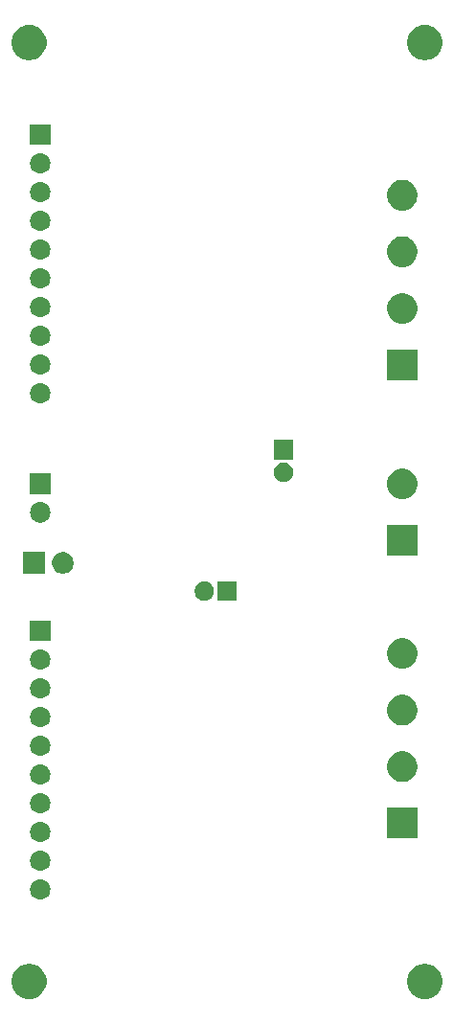
<source format=gbr>
G04 #@! TF.GenerationSoftware,KiCad,Pcbnew,5.1.4-e60b266~84~ubuntu18.04.1*
G04 #@! TF.CreationDate,2019-10-17T23:26:37-03:00*
G04 #@! TF.ProjectId,DCI_TP_Final_GG,4443495f-5450-45f4-9669-6e616c5f4747,Matias Brignone*
G04 #@! TF.SameCoordinates,Original*
G04 #@! TF.FileFunction,Soldermask,Bot*
G04 #@! TF.FilePolarity,Negative*
%FSLAX46Y46*%
G04 Gerber Fmt 4.6, Leading zero omitted, Abs format (unit mm)*
G04 Created by KiCad (PCBNEW 5.1.4-e60b266~84~ubuntu18.04.1) date 2019-10-17 23:26:37*
%MOMM*%
%LPD*%
G04 APERTURE LIST*
%ADD10C,0.100000*%
G04 APERTURE END LIST*
D10*
G36*
X145302585Y-135478802D02*
G01*
X145452410Y-135508604D01*
X145734674Y-135625521D01*
X145988705Y-135795259D01*
X146204741Y-136011295D01*
X146374479Y-136265326D01*
X146491396Y-136547590D01*
X146551000Y-136847240D01*
X146551000Y-137152760D01*
X146491396Y-137452410D01*
X146374479Y-137734674D01*
X146204741Y-137988705D01*
X145988705Y-138204741D01*
X145734674Y-138374479D01*
X145452410Y-138491396D01*
X145302585Y-138521198D01*
X145152761Y-138551000D01*
X144847239Y-138551000D01*
X144697415Y-138521198D01*
X144547590Y-138491396D01*
X144265326Y-138374479D01*
X144011295Y-138204741D01*
X143795259Y-137988705D01*
X143625521Y-137734674D01*
X143508604Y-137452410D01*
X143449000Y-137152760D01*
X143449000Y-136847240D01*
X143508604Y-136547590D01*
X143625521Y-136265326D01*
X143795259Y-136011295D01*
X144011295Y-135795259D01*
X144265326Y-135625521D01*
X144547590Y-135508604D01*
X144697415Y-135478802D01*
X144847239Y-135449000D01*
X145152761Y-135449000D01*
X145302585Y-135478802D01*
X145302585Y-135478802D01*
G37*
G36*
X110302585Y-135478802D02*
G01*
X110452410Y-135508604D01*
X110734674Y-135625521D01*
X110988705Y-135795259D01*
X111204741Y-136011295D01*
X111374479Y-136265326D01*
X111491396Y-136547590D01*
X111551000Y-136847240D01*
X111551000Y-137152760D01*
X111491396Y-137452410D01*
X111374479Y-137734674D01*
X111204741Y-137988705D01*
X110988705Y-138204741D01*
X110734674Y-138374479D01*
X110452410Y-138491396D01*
X110302585Y-138521198D01*
X110152761Y-138551000D01*
X109847239Y-138551000D01*
X109697415Y-138521198D01*
X109547590Y-138491396D01*
X109265326Y-138374479D01*
X109011295Y-138204741D01*
X108795259Y-137988705D01*
X108625521Y-137734674D01*
X108508604Y-137452410D01*
X108449000Y-137152760D01*
X108449000Y-136847240D01*
X108508604Y-136547590D01*
X108625521Y-136265326D01*
X108795259Y-136011295D01*
X109011295Y-135795259D01*
X109265326Y-135625521D01*
X109547590Y-135508604D01*
X109697415Y-135478802D01*
X109847239Y-135449000D01*
X110152761Y-135449000D01*
X110302585Y-135478802D01*
X110302585Y-135478802D01*
G37*
G36*
X111110442Y-127965518D02*
G01*
X111176627Y-127972037D01*
X111346466Y-128023557D01*
X111502991Y-128107222D01*
X111538729Y-128136552D01*
X111640186Y-128219814D01*
X111723448Y-128321271D01*
X111752778Y-128357009D01*
X111836443Y-128513534D01*
X111887963Y-128683373D01*
X111905359Y-128860000D01*
X111887963Y-129036627D01*
X111836443Y-129206466D01*
X111752778Y-129362991D01*
X111723448Y-129398729D01*
X111640186Y-129500186D01*
X111538729Y-129583448D01*
X111502991Y-129612778D01*
X111346466Y-129696443D01*
X111176627Y-129747963D01*
X111110443Y-129754481D01*
X111044260Y-129761000D01*
X110955740Y-129761000D01*
X110889557Y-129754481D01*
X110823373Y-129747963D01*
X110653534Y-129696443D01*
X110497009Y-129612778D01*
X110461271Y-129583448D01*
X110359814Y-129500186D01*
X110276552Y-129398729D01*
X110247222Y-129362991D01*
X110163557Y-129206466D01*
X110112037Y-129036627D01*
X110094641Y-128860000D01*
X110112037Y-128683373D01*
X110163557Y-128513534D01*
X110247222Y-128357009D01*
X110276552Y-128321271D01*
X110359814Y-128219814D01*
X110461271Y-128136552D01*
X110497009Y-128107222D01*
X110653534Y-128023557D01*
X110823373Y-127972037D01*
X110889558Y-127965518D01*
X110955740Y-127959000D01*
X111044260Y-127959000D01*
X111110442Y-127965518D01*
X111110442Y-127965518D01*
G37*
G36*
X111110443Y-125425519D02*
G01*
X111176627Y-125432037D01*
X111346466Y-125483557D01*
X111502991Y-125567222D01*
X111538729Y-125596552D01*
X111640186Y-125679814D01*
X111723448Y-125781271D01*
X111752778Y-125817009D01*
X111836443Y-125973534D01*
X111887963Y-126143373D01*
X111905359Y-126320000D01*
X111887963Y-126496627D01*
X111836443Y-126666466D01*
X111752778Y-126822991D01*
X111723448Y-126858729D01*
X111640186Y-126960186D01*
X111538729Y-127043448D01*
X111502991Y-127072778D01*
X111346466Y-127156443D01*
X111176627Y-127207963D01*
X111110443Y-127214481D01*
X111044260Y-127221000D01*
X110955740Y-127221000D01*
X110889557Y-127214481D01*
X110823373Y-127207963D01*
X110653534Y-127156443D01*
X110497009Y-127072778D01*
X110461271Y-127043448D01*
X110359814Y-126960186D01*
X110276552Y-126858729D01*
X110247222Y-126822991D01*
X110163557Y-126666466D01*
X110112037Y-126496627D01*
X110094641Y-126320000D01*
X110112037Y-126143373D01*
X110163557Y-125973534D01*
X110247222Y-125817009D01*
X110276552Y-125781271D01*
X110359814Y-125679814D01*
X110461271Y-125596552D01*
X110497009Y-125567222D01*
X110653534Y-125483557D01*
X110823373Y-125432037D01*
X110889557Y-125425519D01*
X110955740Y-125419000D01*
X111044260Y-125419000D01*
X111110443Y-125425519D01*
X111110443Y-125425519D01*
G37*
G36*
X111110442Y-122885518D02*
G01*
X111176627Y-122892037D01*
X111346466Y-122943557D01*
X111502991Y-123027222D01*
X111538729Y-123056552D01*
X111640186Y-123139814D01*
X111723448Y-123241271D01*
X111752778Y-123277009D01*
X111836443Y-123433534D01*
X111887963Y-123603373D01*
X111905359Y-123780000D01*
X111887963Y-123956627D01*
X111836443Y-124126466D01*
X111752778Y-124282991D01*
X111723448Y-124318729D01*
X111640186Y-124420186D01*
X111538729Y-124503448D01*
X111502991Y-124532778D01*
X111346466Y-124616443D01*
X111176627Y-124667963D01*
X111110443Y-124674481D01*
X111044260Y-124681000D01*
X110955740Y-124681000D01*
X110889557Y-124674481D01*
X110823373Y-124667963D01*
X110653534Y-124616443D01*
X110497009Y-124532778D01*
X110461271Y-124503448D01*
X110359814Y-124420186D01*
X110276552Y-124318729D01*
X110247222Y-124282991D01*
X110163557Y-124126466D01*
X110112037Y-123956627D01*
X110094641Y-123780000D01*
X110112037Y-123603373D01*
X110163557Y-123433534D01*
X110247222Y-123277009D01*
X110276552Y-123241271D01*
X110359814Y-123139814D01*
X110461271Y-123056552D01*
X110497009Y-123027222D01*
X110653534Y-122943557D01*
X110823373Y-122892037D01*
X110889558Y-122885518D01*
X110955740Y-122879000D01*
X111044260Y-122879000D01*
X111110442Y-122885518D01*
X111110442Y-122885518D01*
G37*
G36*
X144351000Y-124351000D02*
G01*
X141649000Y-124351000D01*
X141649000Y-121649000D01*
X144351000Y-121649000D01*
X144351000Y-124351000D01*
X144351000Y-124351000D01*
G37*
G36*
X111110442Y-120345518D02*
G01*
X111176627Y-120352037D01*
X111346466Y-120403557D01*
X111502991Y-120487222D01*
X111538729Y-120516552D01*
X111640186Y-120599814D01*
X111723448Y-120701271D01*
X111752778Y-120737009D01*
X111836443Y-120893534D01*
X111887963Y-121063373D01*
X111905359Y-121240000D01*
X111887963Y-121416627D01*
X111836443Y-121586466D01*
X111752778Y-121742991D01*
X111723448Y-121778729D01*
X111640186Y-121880186D01*
X111538729Y-121963448D01*
X111502991Y-121992778D01*
X111346466Y-122076443D01*
X111176627Y-122127963D01*
X111110442Y-122134482D01*
X111044260Y-122141000D01*
X110955740Y-122141000D01*
X110889558Y-122134482D01*
X110823373Y-122127963D01*
X110653534Y-122076443D01*
X110497009Y-121992778D01*
X110461271Y-121963448D01*
X110359814Y-121880186D01*
X110276552Y-121778729D01*
X110247222Y-121742991D01*
X110163557Y-121586466D01*
X110112037Y-121416627D01*
X110094641Y-121240000D01*
X110112037Y-121063373D01*
X110163557Y-120893534D01*
X110247222Y-120737009D01*
X110276552Y-120701271D01*
X110359814Y-120599814D01*
X110461271Y-120516552D01*
X110497009Y-120487222D01*
X110653534Y-120403557D01*
X110823373Y-120352037D01*
X110889558Y-120345518D01*
X110955740Y-120339000D01*
X111044260Y-120339000D01*
X111110442Y-120345518D01*
X111110442Y-120345518D01*
G37*
G36*
X111110443Y-117805519D02*
G01*
X111176627Y-117812037D01*
X111346466Y-117863557D01*
X111346468Y-117863558D01*
X111352791Y-117866938D01*
X111502991Y-117947222D01*
X111538729Y-117976552D01*
X111640186Y-118059814D01*
X111700298Y-118133062D01*
X111752778Y-118197009D01*
X111836443Y-118353534D01*
X111887963Y-118523373D01*
X111905359Y-118700000D01*
X111887963Y-118876627D01*
X111836443Y-119046466D01*
X111752778Y-119202991D01*
X111723448Y-119238729D01*
X111640186Y-119340186D01*
X111538729Y-119423448D01*
X111502991Y-119452778D01*
X111346466Y-119536443D01*
X111176627Y-119587963D01*
X111110443Y-119594481D01*
X111044260Y-119601000D01*
X110955740Y-119601000D01*
X110889557Y-119594481D01*
X110823373Y-119587963D01*
X110653534Y-119536443D01*
X110497009Y-119452778D01*
X110461271Y-119423448D01*
X110359814Y-119340186D01*
X110276552Y-119238729D01*
X110247222Y-119202991D01*
X110163557Y-119046466D01*
X110112037Y-118876627D01*
X110094641Y-118700000D01*
X110112037Y-118523373D01*
X110163557Y-118353534D01*
X110247222Y-118197009D01*
X110299702Y-118133062D01*
X110359814Y-118059814D01*
X110461271Y-117976552D01*
X110497009Y-117947222D01*
X110647209Y-117866938D01*
X110653532Y-117863558D01*
X110653534Y-117863557D01*
X110823373Y-117812037D01*
X110889557Y-117805519D01*
X110955740Y-117799000D01*
X111044260Y-117799000D01*
X111110443Y-117805519D01*
X111110443Y-117805519D01*
G37*
G36*
X143394072Y-116700918D02*
G01*
X143633728Y-116800186D01*
X143639939Y-116802759D01*
X143751328Y-116877187D01*
X143861211Y-116950609D01*
X144049391Y-117138789D01*
X144197242Y-117360063D01*
X144299082Y-117605928D01*
X144351000Y-117866937D01*
X144351000Y-118133063D01*
X144299082Y-118394072D01*
X144197241Y-118639939D01*
X144049390Y-118861212D01*
X143861212Y-119049390D01*
X143639939Y-119197241D01*
X143639938Y-119197242D01*
X143639937Y-119197242D01*
X143394072Y-119299082D01*
X143133063Y-119351000D01*
X142866937Y-119351000D01*
X142605928Y-119299082D01*
X142360063Y-119197242D01*
X142360062Y-119197242D01*
X142360061Y-119197241D01*
X142138788Y-119049390D01*
X141950610Y-118861212D01*
X141802759Y-118639939D01*
X141700918Y-118394072D01*
X141649000Y-118133063D01*
X141649000Y-117866937D01*
X141700918Y-117605928D01*
X141802758Y-117360063D01*
X141950609Y-117138789D01*
X142138789Y-116950609D01*
X142248672Y-116877187D01*
X142360061Y-116802759D01*
X142366273Y-116800186D01*
X142605928Y-116700918D01*
X142866937Y-116649000D01*
X143133063Y-116649000D01*
X143394072Y-116700918D01*
X143394072Y-116700918D01*
G37*
G36*
X111110442Y-115265518D02*
G01*
X111176627Y-115272037D01*
X111346466Y-115323557D01*
X111502991Y-115407222D01*
X111538729Y-115436552D01*
X111640186Y-115519814D01*
X111723448Y-115621271D01*
X111752778Y-115657009D01*
X111836443Y-115813534D01*
X111887963Y-115983373D01*
X111905359Y-116160000D01*
X111887963Y-116336627D01*
X111836443Y-116506466D01*
X111752778Y-116662991D01*
X111723448Y-116698729D01*
X111640186Y-116800186D01*
X111538729Y-116883448D01*
X111502991Y-116912778D01*
X111346466Y-116996443D01*
X111176627Y-117047963D01*
X111110442Y-117054482D01*
X111044260Y-117061000D01*
X110955740Y-117061000D01*
X110889558Y-117054482D01*
X110823373Y-117047963D01*
X110653534Y-116996443D01*
X110497009Y-116912778D01*
X110461271Y-116883448D01*
X110359814Y-116800186D01*
X110276552Y-116698729D01*
X110247222Y-116662991D01*
X110163557Y-116506466D01*
X110112037Y-116336627D01*
X110094641Y-116160000D01*
X110112037Y-115983373D01*
X110163557Y-115813534D01*
X110247222Y-115657009D01*
X110276552Y-115621271D01*
X110359814Y-115519814D01*
X110461271Y-115436552D01*
X110497009Y-115407222D01*
X110653534Y-115323557D01*
X110823373Y-115272037D01*
X110889558Y-115265518D01*
X110955740Y-115259000D01*
X111044260Y-115259000D01*
X111110442Y-115265518D01*
X111110442Y-115265518D01*
G37*
G36*
X111110442Y-112725518D02*
G01*
X111176627Y-112732037D01*
X111346466Y-112783557D01*
X111502991Y-112867222D01*
X111538729Y-112896552D01*
X111640186Y-112979814D01*
X111723448Y-113081271D01*
X111752778Y-113117009D01*
X111836443Y-113273534D01*
X111887963Y-113443373D01*
X111905359Y-113620000D01*
X111887963Y-113796627D01*
X111836443Y-113966466D01*
X111752778Y-114122991D01*
X111723448Y-114158729D01*
X111640186Y-114260186D01*
X111538729Y-114343448D01*
X111502991Y-114372778D01*
X111346466Y-114456443D01*
X111176627Y-114507963D01*
X111110442Y-114514482D01*
X111044260Y-114521000D01*
X110955740Y-114521000D01*
X110889558Y-114514482D01*
X110823373Y-114507963D01*
X110653534Y-114456443D01*
X110497009Y-114372778D01*
X110461271Y-114343448D01*
X110359814Y-114260186D01*
X110276552Y-114158729D01*
X110247222Y-114122991D01*
X110163557Y-113966466D01*
X110112037Y-113796627D01*
X110094641Y-113620000D01*
X110112037Y-113443373D01*
X110163557Y-113273534D01*
X110247222Y-113117009D01*
X110276552Y-113081271D01*
X110359814Y-112979814D01*
X110461271Y-112896552D01*
X110497009Y-112867222D01*
X110653534Y-112783557D01*
X110823373Y-112732037D01*
X110889558Y-112725518D01*
X110955740Y-112719000D01*
X111044260Y-112719000D01*
X111110442Y-112725518D01*
X111110442Y-112725518D01*
G37*
G36*
X143394072Y-111700918D02*
G01*
X143639939Y-111802759D01*
X143751328Y-111877187D01*
X143861211Y-111950609D01*
X144049391Y-112138789D01*
X144197242Y-112360063D01*
X144299082Y-112605928D01*
X144351000Y-112866937D01*
X144351000Y-113133063D01*
X144299082Y-113394072D01*
X144197241Y-113639939D01*
X144049390Y-113861212D01*
X143861212Y-114049390D01*
X143639939Y-114197241D01*
X143639938Y-114197242D01*
X143639937Y-114197242D01*
X143394072Y-114299082D01*
X143133063Y-114351000D01*
X142866937Y-114351000D01*
X142605928Y-114299082D01*
X142360063Y-114197242D01*
X142360062Y-114197242D01*
X142360061Y-114197241D01*
X142138788Y-114049390D01*
X141950610Y-113861212D01*
X141802759Y-113639939D01*
X141700918Y-113394072D01*
X141649000Y-113133063D01*
X141649000Y-112866937D01*
X141700918Y-112605928D01*
X141802758Y-112360063D01*
X141950609Y-112138789D01*
X142138789Y-111950609D01*
X142248672Y-111877187D01*
X142360061Y-111802759D01*
X142605928Y-111700918D01*
X142866937Y-111649000D01*
X143133063Y-111649000D01*
X143394072Y-111700918D01*
X143394072Y-111700918D01*
G37*
G36*
X111110443Y-110185519D02*
G01*
X111176627Y-110192037D01*
X111346466Y-110243557D01*
X111502991Y-110327222D01*
X111538729Y-110356552D01*
X111640186Y-110439814D01*
X111723448Y-110541271D01*
X111752778Y-110577009D01*
X111836443Y-110733534D01*
X111887963Y-110903373D01*
X111905359Y-111080000D01*
X111887963Y-111256627D01*
X111836443Y-111426466D01*
X111752778Y-111582991D01*
X111723448Y-111618729D01*
X111640186Y-111720186D01*
X111539570Y-111802758D01*
X111502991Y-111832778D01*
X111346466Y-111916443D01*
X111176627Y-111967963D01*
X111110442Y-111974482D01*
X111044260Y-111981000D01*
X110955740Y-111981000D01*
X110889558Y-111974482D01*
X110823373Y-111967963D01*
X110653534Y-111916443D01*
X110497009Y-111832778D01*
X110460430Y-111802758D01*
X110359814Y-111720186D01*
X110276552Y-111618729D01*
X110247222Y-111582991D01*
X110163557Y-111426466D01*
X110112037Y-111256627D01*
X110094641Y-111080000D01*
X110112037Y-110903373D01*
X110163557Y-110733534D01*
X110247222Y-110577009D01*
X110276552Y-110541271D01*
X110359814Y-110439814D01*
X110461271Y-110356552D01*
X110497009Y-110327222D01*
X110653534Y-110243557D01*
X110823373Y-110192037D01*
X110889557Y-110185519D01*
X110955740Y-110179000D01*
X111044260Y-110179000D01*
X111110443Y-110185519D01*
X111110443Y-110185519D01*
G37*
G36*
X111110443Y-107645519D02*
G01*
X111176627Y-107652037D01*
X111346466Y-107703557D01*
X111502991Y-107787222D01*
X111538729Y-107816552D01*
X111640186Y-107899814D01*
X111723448Y-108001271D01*
X111752778Y-108037009D01*
X111836443Y-108193534D01*
X111887963Y-108363373D01*
X111905359Y-108540000D01*
X111887963Y-108716627D01*
X111836443Y-108886466D01*
X111752778Y-109042991D01*
X111723448Y-109078729D01*
X111640186Y-109180186D01*
X111538729Y-109263448D01*
X111502991Y-109292778D01*
X111346466Y-109376443D01*
X111176627Y-109427963D01*
X111110443Y-109434481D01*
X111044260Y-109441000D01*
X110955740Y-109441000D01*
X110889557Y-109434481D01*
X110823373Y-109427963D01*
X110653534Y-109376443D01*
X110497009Y-109292778D01*
X110461271Y-109263448D01*
X110359814Y-109180186D01*
X110276552Y-109078729D01*
X110247222Y-109042991D01*
X110163557Y-108886466D01*
X110112037Y-108716627D01*
X110094641Y-108540000D01*
X110112037Y-108363373D01*
X110163557Y-108193534D01*
X110247222Y-108037009D01*
X110276552Y-108001271D01*
X110359814Y-107899814D01*
X110461271Y-107816552D01*
X110497009Y-107787222D01*
X110653534Y-107703557D01*
X110823373Y-107652037D01*
X110889557Y-107645519D01*
X110955740Y-107639000D01*
X111044260Y-107639000D01*
X111110443Y-107645519D01*
X111110443Y-107645519D01*
G37*
G36*
X143394072Y-106700918D02*
G01*
X143639939Y-106802759D01*
X143751328Y-106877187D01*
X143861211Y-106950609D01*
X144049391Y-107138789D01*
X144197242Y-107360063D01*
X144299082Y-107605928D01*
X144351000Y-107866937D01*
X144351000Y-108133063D01*
X144305188Y-108363373D01*
X144299082Y-108394072D01*
X144197241Y-108639939D01*
X144049390Y-108861212D01*
X143861212Y-109049390D01*
X143639939Y-109197241D01*
X143639938Y-109197242D01*
X143639937Y-109197242D01*
X143394072Y-109299082D01*
X143133063Y-109351000D01*
X142866937Y-109351000D01*
X142605928Y-109299082D01*
X142360063Y-109197242D01*
X142360062Y-109197242D01*
X142360061Y-109197241D01*
X142138788Y-109049390D01*
X141950610Y-108861212D01*
X141802759Y-108639939D01*
X141700918Y-108394072D01*
X141694812Y-108363373D01*
X141649000Y-108133063D01*
X141649000Y-107866937D01*
X141700918Y-107605928D01*
X141802758Y-107360063D01*
X141950609Y-107138789D01*
X142138789Y-106950609D01*
X142248672Y-106877187D01*
X142360061Y-106802759D01*
X142605928Y-106700918D01*
X142866937Y-106649000D01*
X143133063Y-106649000D01*
X143394072Y-106700918D01*
X143394072Y-106700918D01*
G37*
G36*
X111901000Y-106901000D02*
G01*
X110099000Y-106901000D01*
X110099000Y-105099000D01*
X111901000Y-105099000D01*
X111901000Y-106901000D01*
X111901000Y-106901000D01*
G37*
G36*
X128351000Y-103351000D02*
G01*
X126649000Y-103351000D01*
X126649000Y-101649000D01*
X128351000Y-101649000D01*
X128351000Y-103351000D01*
X128351000Y-103351000D01*
G37*
G36*
X125748228Y-101681703D02*
G01*
X125903100Y-101745853D01*
X126042481Y-101838985D01*
X126161015Y-101957519D01*
X126254147Y-102096900D01*
X126318297Y-102251772D01*
X126351000Y-102416184D01*
X126351000Y-102583816D01*
X126318297Y-102748228D01*
X126254147Y-102903100D01*
X126161015Y-103042481D01*
X126042481Y-103161015D01*
X125903100Y-103254147D01*
X125748228Y-103318297D01*
X125583816Y-103351000D01*
X125416184Y-103351000D01*
X125251772Y-103318297D01*
X125096900Y-103254147D01*
X124957519Y-103161015D01*
X124838985Y-103042481D01*
X124745853Y-102903100D01*
X124681703Y-102748228D01*
X124649000Y-102583816D01*
X124649000Y-102416184D01*
X124681703Y-102251772D01*
X124745853Y-102096900D01*
X124838985Y-101957519D01*
X124957519Y-101838985D01*
X125096900Y-101745853D01*
X125251772Y-101681703D01*
X125416184Y-101649000D01*
X125583816Y-101649000D01*
X125748228Y-101681703D01*
X125748228Y-101681703D01*
G37*
G36*
X113277395Y-99085546D02*
G01*
X113450466Y-99157234D01*
X113450467Y-99157235D01*
X113606227Y-99261310D01*
X113738690Y-99393773D01*
X113738691Y-99393775D01*
X113842766Y-99549534D01*
X113914454Y-99722605D01*
X113951000Y-99906333D01*
X113951000Y-100093667D01*
X113914454Y-100277395D01*
X113842766Y-100450466D01*
X113842765Y-100450467D01*
X113738690Y-100606227D01*
X113606227Y-100738690D01*
X113527818Y-100791081D01*
X113450466Y-100842766D01*
X113277395Y-100914454D01*
X113093667Y-100951000D01*
X112906333Y-100951000D01*
X112722605Y-100914454D01*
X112549534Y-100842766D01*
X112472182Y-100791081D01*
X112393773Y-100738690D01*
X112261310Y-100606227D01*
X112157235Y-100450467D01*
X112157234Y-100450466D01*
X112085546Y-100277395D01*
X112049000Y-100093667D01*
X112049000Y-99906333D01*
X112085546Y-99722605D01*
X112157234Y-99549534D01*
X112261309Y-99393775D01*
X112261310Y-99393773D01*
X112393773Y-99261310D01*
X112549533Y-99157235D01*
X112549534Y-99157234D01*
X112722605Y-99085546D01*
X112906333Y-99049000D01*
X113093667Y-99049000D01*
X113277395Y-99085546D01*
X113277395Y-99085546D01*
G37*
G36*
X111411000Y-100951000D02*
G01*
X109509000Y-100951000D01*
X109509000Y-99049000D01*
X111411000Y-99049000D01*
X111411000Y-100951000D01*
X111411000Y-100951000D01*
G37*
G36*
X144351000Y-99351000D02*
G01*
X141649000Y-99351000D01*
X141649000Y-96649000D01*
X144351000Y-96649000D01*
X144351000Y-99351000D01*
X144351000Y-99351000D01*
G37*
G36*
X111110442Y-94645518D02*
G01*
X111176627Y-94652037D01*
X111346466Y-94703557D01*
X111502991Y-94787222D01*
X111538729Y-94816552D01*
X111640186Y-94899814D01*
X111723448Y-95001271D01*
X111752778Y-95037009D01*
X111836443Y-95193534D01*
X111887963Y-95363373D01*
X111905359Y-95540000D01*
X111887963Y-95716627D01*
X111836443Y-95886466D01*
X111752778Y-96042991D01*
X111723448Y-96078729D01*
X111640186Y-96180186D01*
X111538729Y-96263448D01*
X111502991Y-96292778D01*
X111346466Y-96376443D01*
X111176627Y-96427963D01*
X111110443Y-96434481D01*
X111044260Y-96441000D01*
X110955740Y-96441000D01*
X110889557Y-96434481D01*
X110823373Y-96427963D01*
X110653534Y-96376443D01*
X110497009Y-96292778D01*
X110461271Y-96263448D01*
X110359814Y-96180186D01*
X110276552Y-96078729D01*
X110247222Y-96042991D01*
X110163557Y-95886466D01*
X110112037Y-95716627D01*
X110094641Y-95540000D01*
X110112037Y-95363373D01*
X110163557Y-95193534D01*
X110247222Y-95037009D01*
X110276552Y-95001271D01*
X110359814Y-94899814D01*
X110461271Y-94816552D01*
X110497009Y-94787222D01*
X110653534Y-94703557D01*
X110823373Y-94652037D01*
X110889558Y-94645518D01*
X110955740Y-94639000D01*
X111044260Y-94639000D01*
X111110442Y-94645518D01*
X111110442Y-94645518D01*
G37*
G36*
X143394072Y-91700918D02*
G01*
X143639939Y-91802759D01*
X143751328Y-91877187D01*
X143861211Y-91950609D01*
X144049391Y-92138789D01*
X144197242Y-92360063D01*
X144299082Y-92605928D01*
X144310040Y-92661015D01*
X144351000Y-92866938D01*
X144351000Y-93133062D01*
X144299082Y-93394072D01*
X144197241Y-93639939D01*
X144049390Y-93861212D01*
X143861212Y-94049390D01*
X143639939Y-94197241D01*
X143639938Y-94197242D01*
X143639937Y-94197242D01*
X143394072Y-94299082D01*
X143133063Y-94351000D01*
X142866937Y-94351000D01*
X142605928Y-94299082D01*
X142360063Y-94197242D01*
X142360062Y-94197242D01*
X142360061Y-94197241D01*
X142138788Y-94049390D01*
X141950610Y-93861212D01*
X141802759Y-93639939D01*
X141700918Y-93394072D01*
X141649000Y-93133062D01*
X141649000Y-92866938D01*
X141689961Y-92661015D01*
X141700918Y-92605928D01*
X141802758Y-92360063D01*
X141950609Y-92138789D01*
X142138789Y-91950609D01*
X142248672Y-91877187D01*
X142360061Y-91802759D01*
X142605928Y-91700918D01*
X142866937Y-91649000D01*
X143133063Y-91649000D01*
X143394072Y-91700918D01*
X143394072Y-91700918D01*
G37*
G36*
X111901000Y-93901000D02*
G01*
X110099000Y-93901000D01*
X110099000Y-92099000D01*
X111901000Y-92099000D01*
X111901000Y-93901000D01*
X111901000Y-93901000D01*
G37*
G36*
X132748228Y-91181703D02*
G01*
X132903100Y-91245853D01*
X133042481Y-91338985D01*
X133161015Y-91457519D01*
X133254147Y-91596900D01*
X133318297Y-91751772D01*
X133351000Y-91916184D01*
X133351000Y-92083816D01*
X133318297Y-92248228D01*
X133254147Y-92403100D01*
X133161015Y-92542481D01*
X133042481Y-92661015D01*
X132903100Y-92754147D01*
X132748228Y-92818297D01*
X132583816Y-92851000D01*
X132416184Y-92851000D01*
X132251772Y-92818297D01*
X132096900Y-92754147D01*
X131957519Y-92661015D01*
X131838985Y-92542481D01*
X131745853Y-92403100D01*
X131681703Y-92248228D01*
X131649000Y-92083816D01*
X131649000Y-91916184D01*
X131681703Y-91751772D01*
X131745853Y-91596900D01*
X131838985Y-91457519D01*
X131957519Y-91338985D01*
X132096900Y-91245853D01*
X132251772Y-91181703D01*
X132416184Y-91149000D01*
X132583816Y-91149000D01*
X132748228Y-91181703D01*
X132748228Y-91181703D01*
G37*
G36*
X133351000Y-90851000D02*
G01*
X131649000Y-90851000D01*
X131649000Y-89149000D01*
X133351000Y-89149000D01*
X133351000Y-90851000D01*
X133351000Y-90851000D01*
G37*
G36*
X111110443Y-84105519D02*
G01*
X111176627Y-84112037D01*
X111346466Y-84163557D01*
X111502991Y-84247222D01*
X111538729Y-84276552D01*
X111640186Y-84359814D01*
X111723448Y-84461271D01*
X111752778Y-84497009D01*
X111836443Y-84653534D01*
X111887963Y-84823373D01*
X111905359Y-85000000D01*
X111887963Y-85176627D01*
X111836443Y-85346466D01*
X111752778Y-85502991D01*
X111723448Y-85538729D01*
X111640186Y-85640186D01*
X111538729Y-85723448D01*
X111502991Y-85752778D01*
X111346466Y-85836443D01*
X111176627Y-85887963D01*
X111110443Y-85894481D01*
X111044260Y-85901000D01*
X110955740Y-85901000D01*
X110889557Y-85894481D01*
X110823373Y-85887963D01*
X110653534Y-85836443D01*
X110497009Y-85752778D01*
X110461271Y-85723448D01*
X110359814Y-85640186D01*
X110276552Y-85538729D01*
X110247222Y-85502991D01*
X110163557Y-85346466D01*
X110112037Y-85176627D01*
X110094641Y-85000000D01*
X110112037Y-84823373D01*
X110163557Y-84653534D01*
X110247222Y-84497009D01*
X110276552Y-84461271D01*
X110359814Y-84359814D01*
X110461271Y-84276552D01*
X110497009Y-84247222D01*
X110653534Y-84163557D01*
X110823373Y-84112037D01*
X110889557Y-84105519D01*
X110955740Y-84099000D01*
X111044260Y-84099000D01*
X111110443Y-84105519D01*
X111110443Y-84105519D01*
G37*
G36*
X144351000Y-83851000D02*
G01*
X141649000Y-83851000D01*
X141649000Y-81149000D01*
X144351000Y-81149000D01*
X144351000Y-83851000D01*
X144351000Y-83851000D01*
G37*
G36*
X111110442Y-81565518D02*
G01*
X111176627Y-81572037D01*
X111346466Y-81623557D01*
X111502991Y-81707222D01*
X111538729Y-81736552D01*
X111640186Y-81819814D01*
X111723448Y-81921271D01*
X111752778Y-81957009D01*
X111836443Y-82113534D01*
X111887963Y-82283373D01*
X111905359Y-82460000D01*
X111887963Y-82636627D01*
X111836443Y-82806466D01*
X111752778Y-82962991D01*
X111723448Y-82998729D01*
X111640186Y-83100186D01*
X111538729Y-83183448D01*
X111502991Y-83212778D01*
X111346466Y-83296443D01*
X111176627Y-83347963D01*
X111110442Y-83354482D01*
X111044260Y-83361000D01*
X110955740Y-83361000D01*
X110889558Y-83354482D01*
X110823373Y-83347963D01*
X110653534Y-83296443D01*
X110497009Y-83212778D01*
X110461271Y-83183448D01*
X110359814Y-83100186D01*
X110276552Y-82998729D01*
X110247222Y-82962991D01*
X110163557Y-82806466D01*
X110112037Y-82636627D01*
X110094641Y-82460000D01*
X110112037Y-82283373D01*
X110163557Y-82113534D01*
X110247222Y-81957009D01*
X110276552Y-81921271D01*
X110359814Y-81819814D01*
X110461271Y-81736552D01*
X110497009Y-81707222D01*
X110653534Y-81623557D01*
X110823373Y-81572037D01*
X110889558Y-81565518D01*
X110955740Y-81559000D01*
X111044260Y-81559000D01*
X111110442Y-81565518D01*
X111110442Y-81565518D01*
G37*
G36*
X111110443Y-79025519D02*
G01*
X111176627Y-79032037D01*
X111346466Y-79083557D01*
X111502991Y-79167222D01*
X111538729Y-79196552D01*
X111640186Y-79279814D01*
X111723448Y-79381271D01*
X111752778Y-79417009D01*
X111836443Y-79573534D01*
X111887963Y-79743373D01*
X111905359Y-79920000D01*
X111887963Y-80096627D01*
X111836443Y-80266466D01*
X111752778Y-80422991D01*
X111723448Y-80458729D01*
X111640186Y-80560186D01*
X111538729Y-80643448D01*
X111502991Y-80672778D01*
X111346466Y-80756443D01*
X111176627Y-80807963D01*
X111110443Y-80814481D01*
X111044260Y-80821000D01*
X110955740Y-80821000D01*
X110889557Y-80814481D01*
X110823373Y-80807963D01*
X110653534Y-80756443D01*
X110497009Y-80672778D01*
X110461271Y-80643448D01*
X110359814Y-80560186D01*
X110276552Y-80458729D01*
X110247222Y-80422991D01*
X110163557Y-80266466D01*
X110112037Y-80096627D01*
X110094641Y-79920000D01*
X110112037Y-79743373D01*
X110163557Y-79573534D01*
X110247222Y-79417009D01*
X110276552Y-79381271D01*
X110359814Y-79279814D01*
X110461271Y-79196552D01*
X110497009Y-79167222D01*
X110653534Y-79083557D01*
X110823373Y-79032037D01*
X110889557Y-79025519D01*
X110955740Y-79019000D01*
X111044260Y-79019000D01*
X111110443Y-79025519D01*
X111110443Y-79025519D01*
G37*
G36*
X143394072Y-76200918D02*
G01*
X143639939Y-76302759D01*
X143751328Y-76377187D01*
X143861211Y-76450609D01*
X144049391Y-76638789D01*
X144197242Y-76860063D01*
X144299082Y-77105928D01*
X144351000Y-77366937D01*
X144351000Y-77633063D01*
X144299082Y-77894072D01*
X144197242Y-78139937D01*
X144111698Y-78267963D01*
X144049390Y-78361212D01*
X143861212Y-78549390D01*
X143639939Y-78697241D01*
X143639938Y-78697242D01*
X143639937Y-78697242D01*
X143394072Y-78799082D01*
X143133063Y-78851000D01*
X142866937Y-78851000D01*
X142605928Y-78799082D01*
X142360063Y-78697242D01*
X142360062Y-78697242D01*
X142360061Y-78697241D01*
X142138788Y-78549390D01*
X141950610Y-78361212D01*
X141888303Y-78267963D01*
X141802758Y-78139937D01*
X141700918Y-77894072D01*
X141649000Y-77633063D01*
X141649000Y-77366937D01*
X141700918Y-77105928D01*
X141802758Y-76860063D01*
X141950609Y-76638789D01*
X142138789Y-76450609D01*
X142248672Y-76377187D01*
X142360061Y-76302759D01*
X142605928Y-76200918D01*
X142866937Y-76149000D01*
X143133063Y-76149000D01*
X143394072Y-76200918D01*
X143394072Y-76200918D01*
G37*
G36*
X111110442Y-76485518D02*
G01*
X111176627Y-76492037D01*
X111346466Y-76543557D01*
X111502991Y-76627222D01*
X111517084Y-76638788D01*
X111640186Y-76739814D01*
X111723448Y-76841271D01*
X111752778Y-76877009D01*
X111836443Y-77033534D01*
X111887963Y-77203373D01*
X111905359Y-77380000D01*
X111887963Y-77556627D01*
X111836443Y-77726466D01*
X111752778Y-77882991D01*
X111743684Y-77894072D01*
X111640186Y-78020186D01*
X111538729Y-78103448D01*
X111502991Y-78132778D01*
X111346466Y-78216443D01*
X111176627Y-78267963D01*
X111110443Y-78274481D01*
X111044260Y-78281000D01*
X110955740Y-78281000D01*
X110889557Y-78274481D01*
X110823373Y-78267963D01*
X110653534Y-78216443D01*
X110497009Y-78132778D01*
X110461271Y-78103448D01*
X110359814Y-78020186D01*
X110256316Y-77894072D01*
X110247222Y-77882991D01*
X110163557Y-77726466D01*
X110112037Y-77556627D01*
X110094641Y-77380000D01*
X110112037Y-77203373D01*
X110163557Y-77033534D01*
X110247222Y-76877009D01*
X110276552Y-76841271D01*
X110359814Y-76739814D01*
X110482916Y-76638788D01*
X110497009Y-76627222D01*
X110653534Y-76543557D01*
X110823373Y-76492037D01*
X110889558Y-76485518D01*
X110955740Y-76479000D01*
X111044260Y-76479000D01*
X111110442Y-76485518D01*
X111110442Y-76485518D01*
G37*
G36*
X111110443Y-73945519D02*
G01*
X111176627Y-73952037D01*
X111346466Y-74003557D01*
X111502991Y-74087222D01*
X111538729Y-74116552D01*
X111640186Y-74199814D01*
X111723448Y-74301271D01*
X111752778Y-74337009D01*
X111836443Y-74493534D01*
X111887963Y-74663373D01*
X111905359Y-74840000D01*
X111887963Y-75016627D01*
X111836443Y-75186466D01*
X111752778Y-75342991D01*
X111723448Y-75378729D01*
X111640186Y-75480186D01*
X111538729Y-75563448D01*
X111502991Y-75592778D01*
X111346466Y-75676443D01*
X111176627Y-75727963D01*
X111110442Y-75734482D01*
X111044260Y-75741000D01*
X110955740Y-75741000D01*
X110889558Y-75734482D01*
X110823373Y-75727963D01*
X110653534Y-75676443D01*
X110497009Y-75592778D01*
X110461271Y-75563448D01*
X110359814Y-75480186D01*
X110276552Y-75378729D01*
X110247222Y-75342991D01*
X110163557Y-75186466D01*
X110112037Y-75016627D01*
X110094641Y-74840000D01*
X110112037Y-74663373D01*
X110163557Y-74493534D01*
X110247222Y-74337009D01*
X110276552Y-74301271D01*
X110359814Y-74199814D01*
X110461271Y-74116552D01*
X110497009Y-74087222D01*
X110653534Y-74003557D01*
X110823373Y-73952037D01*
X110889557Y-73945519D01*
X110955740Y-73939000D01*
X111044260Y-73939000D01*
X111110443Y-73945519D01*
X111110443Y-73945519D01*
G37*
G36*
X143394072Y-71200918D02*
G01*
X143639939Y-71302759D01*
X143751328Y-71377187D01*
X143861211Y-71450609D01*
X144049391Y-71638789D01*
X144197242Y-71860063D01*
X144299082Y-72105928D01*
X144351000Y-72366937D01*
X144351000Y-72633063D01*
X144299082Y-72894072D01*
X144198690Y-73136442D01*
X144197241Y-73139939D01*
X144049390Y-73361212D01*
X143861212Y-73549390D01*
X143639939Y-73697241D01*
X143639938Y-73697242D01*
X143639937Y-73697242D01*
X143394072Y-73799082D01*
X143133063Y-73851000D01*
X142866937Y-73851000D01*
X142605928Y-73799082D01*
X142360063Y-73697242D01*
X142360062Y-73697242D01*
X142360061Y-73697241D01*
X142138788Y-73549390D01*
X141950610Y-73361212D01*
X141802759Y-73139939D01*
X141801311Y-73136442D01*
X141700918Y-72894072D01*
X141649000Y-72633063D01*
X141649000Y-72366937D01*
X141700918Y-72105928D01*
X141802758Y-71860063D01*
X141950609Y-71638789D01*
X142138789Y-71450609D01*
X142248672Y-71377187D01*
X142360061Y-71302759D01*
X142605928Y-71200918D01*
X142866937Y-71149000D01*
X143133063Y-71149000D01*
X143394072Y-71200918D01*
X143394072Y-71200918D01*
G37*
G36*
X111110442Y-71405518D02*
G01*
X111176627Y-71412037D01*
X111346466Y-71463557D01*
X111502991Y-71547222D01*
X111538729Y-71576552D01*
X111640186Y-71659814D01*
X111723448Y-71761271D01*
X111752778Y-71797009D01*
X111836443Y-71953534D01*
X111887963Y-72123373D01*
X111905359Y-72300000D01*
X111887963Y-72476627D01*
X111836443Y-72646466D01*
X111752778Y-72802991D01*
X111723448Y-72838729D01*
X111640186Y-72940186D01*
X111538729Y-73023448D01*
X111502991Y-73052778D01*
X111346466Y-73136443D01*
X111176627Y-73187963D01*
X111110442Y-73194482D01*
X111044260Y-73201000D01*
X110955740Y-73201000D01*
X110889558Y-73194482D01*
X110823373Y-73187963D01*
X110653534Y-73136443D01*
X110497009Y-73052778D01*
X110461271Y-73023448D01*
X110359814Y-72940186D01*
X110276552Y-72838729D01*
X110247222Y-72802991D01*
X110163557Y-72646466D01*
X110112037Y-72476627D01*
X110094641Y-72300000D01*
X110112037Y-72123373D01*
X110163557Y-71953534D01*
X110247222Y-71797009D01*
X110276552Y-71761271D01*
X110359814Y-71659814D01*
X110461271Y-71576552D01*
X110497009Y-71547222D01*
X110653534Y-71463557D01*
X110823373Y-71412037D01*
X110889558Y-71405518D01*
X110955740Y-71399000D01*
X111044260Y-71399000D01*
X111110442Y-71405518D01*
X111110442Y-71405518D01*
G37*
G36*
X111110443Y-68865519D02*
G01*
X111176627Y-68872037D01*
X111346466Y-68923557D01*
X111502991Y-69007222D01*
X111538729Y-69036552D01*
X111640186Y-69119814D01*
X111723448Y-69221271D01*
X111752778Y-69257009D01*
X111836443Y-69413534D01*
X111887963Y-69583373D01*
X111905359Y-69760000D01*
X111887963Y-69936627D01*
X111836443Y-70106466D01*
X111752778Y-70262991D01*
X111723448Y-70298729D01*
X111640186Y-70400186D01*
X111538729Y-70483448D01*
X111502991Y-70512778D01*
X111346466Y-70596443D01*
X111176627Y-70647963D01*
X111110443Y-70654481D01*
X111044260Y-70661000D01*
X110955740Y-70661000D01*
X110889557Y-70654481D01*
X110823373Y-70647963D01*
X110653534Y-70596443D01*
X110497009Y-70512778D01*
X110461271Y-70483448D01*
X110359814Y-70400186D01*
X110276552Y-70298729D01*
X110247222Y-70262991D01*
X110163557Y-70106466D01*
X110112037Y-69936627D01*
X110094641Y-69760000D01*
X110112037Y-69583373D01*
X110163557Y-69413534D01*
X110247222Y-69257009D01*
X110276552Y-69221271D01*
X110359814Y-69119814D01*
X110461271Y-69036552D01*
X110497009Y-69007222D01*
X110653534Y-68923557D01*
X110823373Y-68872037D01*
X110889557Y-68865519D01*
X110955740Y-68859000D01*
X111044260Y-68859000D01*
X111110443Y-68865519D01*
X111110443Y-68865519D01*
G37*
G36*
X143394072Y-66200918D02*
G01*
X143639939Y-66302759D01*
X143664245Y-66319000D01*
X143861211Y-66450609D01*
X144049391Y-66638789D01*
X144197242Y-66860063D01*
X144299082Y-67105928D01*
X144351000Y-67366937D01*
X144351000Y-67633063D01*
X144299082Y-67894072D01*
X144231827Y-68056442D01*
X144197241Y-68139939D01*
X144049390Y-68361212D01*
X143861212Y-68549390D01*
X143639939Y-68697241D01*
X143639938Y-68697242D01*
X143639937Y-68697242D01*
X143394072Y-68799082D01*
X143133063Y-68851000D01*
X142866937Y-68851000D01*
X142605928Y-68799082D01*
X142360063Y-68697242D01*
X142360062Y-68697242D01*
X142360061Y-68697241D01*
X142138788Y-68549390D01*
X141950610Y-68361212D01*
X141802759Y-68139939D01*
X141768174Y-68056442D01*
X141700918Y-67894072D01*
X141649000Y-67633063D01*
X141649000Y-67366937D01*
X141700918Y-67105928D01*
X141802758Y-66860063D01*
X141950609Y-66638789D01*
X142138789Y-66450609D01*
X142335755Y-66319000D01*
X142360061Y-66302759D01*
X142605928Y-66200918D01*
X142866937Y-66149000D01*
X143133063Y-66149000D01*
X143394072Y-66200918D01*
X143394072Y-66200918D01*
G37*
G36*
X111110442Y-66325518D02*
G01*
X111176627Y-66332037D01*
X111346466Y-66383557D01*
X111502991Y-66467222D01*
X111538729Y-66496552D01*
X111640186Y-66579814D01*
X111723448Y-66681271D01*
X111752778Y-66717009D01*
X111752779Y-66717011D01*
X111829242Y-66860061D01*
X111836443Y-66873534D01*
X111887963Y-67043373D01*
X111905359Y-67220000D01*
X111887963Y-67396627D01*
X111836443Y-67566466D01*
X111752778Y-67722991D01*
X111723448Y-67758729D01*
X111640186Y-67860186D01*
X111538729Y-67943448D01*
X111502991Y-67972778D01*
X111346466Y-68056443D01*
X111176627Y-68107963D01*
X111110443Y-68114481D01*
X111044260Y-68121000D01*
X110955740Y-68121000D01*
X110889557Y-68114481D01*
X110823373Y-68107963D01*
X110653534Y-68056443D01*
X110497009Y-67972778D01*
X110461271Y-67943448D01*
X110359814Y-67860186D01*
X110276552Y-67758729D01*
X110247222Y-67722991D01*
X110163557Y-67566466D01*
X110112037Y-67396627D01*
X110094641Y-67220000D01*
X110112037Y-67043373D01*
X110163557Y-66873534D01*
X110170759Y-66860061D01*
X110247221Y-66717011D01*
X110247222Y-66717009D01*
X110276552Y-66681271D01*
X110359814Y-66579814D01*
X110461271Y-66496552D01*
X110497009Y-66467222D01*
X110653534Y-66383557D01*
X110823373Y-66332037D01*
X110889558Y-66325518D01*
X110955740Y-66319000D01*
X111044260Y-66319000D01*
X111110442Y-66325518D01*
X111110442Y-66325518D01*
G37*
G36*
X111110443Y-63785519D02*
G01*
X111176627Y-63792037D01*
X111346466Y-63843557D01*
X111502991Y-63927222D01*
X111538729Y-63956552D01*
X111640186Y-64039814D01*
X111723448Y-64141271D01*
X111752778Y-64177009D01*
X111836443Y-64333534D01*
X111887963Y-64503373D01*
X111905359Y-64680000D01*
X111887963Y-64856627D01*
X111836443Y-65026466D01*
X111752778Y-65182991D01*
X111723448Y-65218729D01*
X111640186Y-65320186D01*
X111538729Y-65403448D01*
X111502991Y-65432778D01*
X111346466Y-65516443D01*
X111176627Y-65567963D01*
X111110442Y-65574482D01*
X111044260Y-65581000D01*
X110955740Y-65581000D01*
X110889558Y-65574482D01*
X110823373Y-65567963D01*
X110653534Y-65516443D01*
X110497009Y-65432778D01*
X110461271Y-65403448D01*
X110359814Y-65320186D01*
X110276552Y-65218729D01*
X110247222Y-65182991D01*
X110163557Y-65026466D01*
X110112037Y-64856627D01*
X110094641Y-64680000D01*
X110112037Y-64503373D01*
X110163557Y-64333534D01*
X110247222Y-64177009D01*
X110276552Y-64141271D01*
X110359814Y-64039814D01*
X110461271Y-63956552D01*
X110497009Y-63927222D01*
X110653534Y-63843557D01*
X110823373Y-63792037D01*
X110889557Y-63785519D01*
X110955740Y-63779000D01*
X111044260Y-63779000D01*
X111110443Y-63785519D01*
X111110443Y-63785519D01*
G37*
G36*
X111901000Y-63041000D02*
G01*
X110099000Y-63041000D01*
X110099000Y-61239000D01*
X111901000Y-61239000D01*
X111901000Y-63041000D01*
X111901000Y-63041000D01*
G37*
G36*
X145302585Y-52478802D02*
G01*
X145452410Y-52508604D01*
X145734674Y-52625521D01*
X145988705Y-52795259D01*
X146204741Y-53011295D01*
X146374479Y-53265326D01*
X146491396Y-53547590D01*
X146551000Y-53847240D01*
X146551000Y-54152760D01*
X146491396Y-54452410D01*
X146374479Y-54734674D01*
X146204741Y-54988705D01*
X145988705Y-55204741D01*
X145734674Y-55374479D01*
X145452410Y-55491396D01*
X145302585Y-55521198D01*
X145152761Y-55551000D01*
X144847239Y-55551000D01*
X144697415Y-55521198D01*
X144547590Y-55491396D01*
X144265326Y-55374479D01*
X144011295Y-55204741D01*
X143795259Y-54988705D01*
X143625521Y-54734674D01*
X143508604Y-54452410D01*
X143449000Y-54152760D01*
X143449000Y-53847240D01*
X143508604Y-53547590D01*
X143625521Y-53265326D01*
X143795259Y-53011295D01*
X144011295Y-52795259D01*
X144265326Y-52625521D01*
X144547590Y-52508604D01*
X144697415Y-52478802D01*
X144847239Y-52449000D01*
X145152761Y-52449000D01*
X145302585Y-52478802D01*
X145302585Y-52478802D01*
G37*
G36*
X110302585Y-52478802D02*
G01*
X110452410Y-52508604D01*
X110734674Y-52625521D01*
X110988705Y-52795259D01*
X111204741Y-53011295D01*
X111374479Y-53265326D01*
X111491396Y-53547590D01*
X111551000Y-53847240D01*
X111551000Y-54152760D01*
X111491396Y-54452410D01*
X111374479Y-54734674D01*
X111204741Y-54988705D01*
X110988705Y-55204741D01*
X110734674Y-55374479D01*
X110452410Y-55491396D01*
X110302585Y-55521198D01*
X110152761Y-55551000D01*
X109847239Y-55551000D01*
X109697415Y-55521198D01*
X109547590Y-55491396D01*
X109265326Y-55374479D01*
X109011295Y-55204741D01*
X108795259Y-54988705D01*
X108625521Y-54734674D01*
X108508604Y-54452410D01*
X108449000Y-54152760D01*
X108449000Y-53847240D01*
X108508604Y-53547590D01*
X108625521Y-53265326D01*
X108795259Y-53011295D01*
X109011295Y-52795259D01*
X109265326Y-52625521D01*
X109547590Y-52508604D01*
X109697415Y-52478802D01*
X109847239Y-52449000D01*
X110152761Y-52449000D01*
X110302585Y-52478802D01*
X110302585Y-52478802D01*
G37*
M02*

</source>
